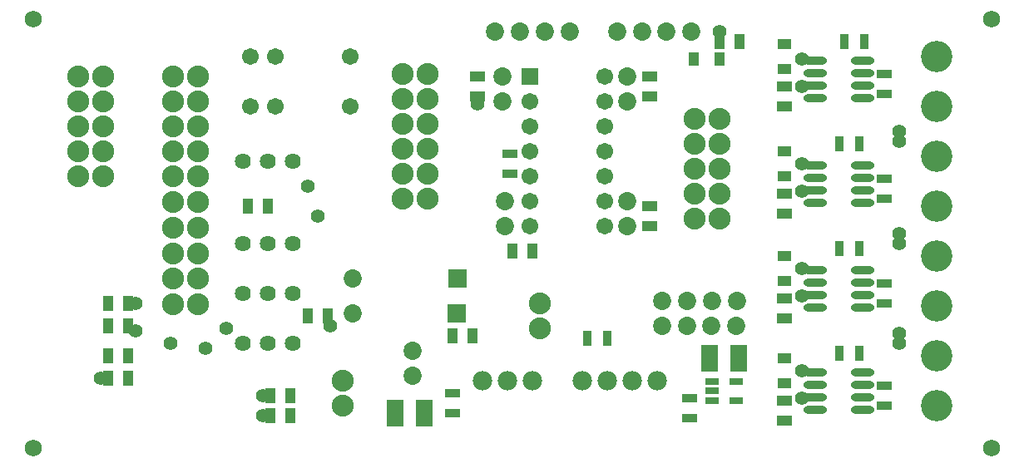
<source format=gts>
G04 Layer_Color=8388736*
%FSLAX25Y25*%
%MOIN*%
G70*
G01*
G75*
%ADD41R,0.03950X0.06312*%
%ADD42R,0.03556X0.05918*%
%ADD43R,0.05918X0.03556*%
%ADD44R,0.07099X0.11036*%
%ADD45R,0.05524X0.02768*%
%ADD46R,0.06312X0.03950*%
%ADD47R,0.03950X0.05524*%
%ADD48R,0.05524X0.03950*%
%ADD49O,0.09461X0.03162*%
%ADD50R,0.06706X0.06706*%
%ADD51C,0.06706*%
%ADD52C,0.08800*%
%ADD53C,0.06706*%
%ADD54C,0.07296*%
%ADD55R,0.07296X0.07296*%
%ADD56C,0.06800*%
%ADD57C,0.07300*%
%ADD58C,0.06400*%
%ADD59C,0.12611*%
%ADD60C,0.07800*%
%ADD61C,0.05524*%
D41*
X340000Y353000D02*
D03*
X332000D02*
D03*
X412000Y369000D02*
D03*
X420000D02*
D03*
X340000Y365000D02*
D03*
X332000D02*
D03*
X405000Y329000D02*
D03*
X397000D02*
D03*
X405000Y337000D02*
D03*
X397000D02*
D03*
X396000Y413000D02*
D03*
X388000D02*
D03*
X502000Y395000D02*
D03*
X494000D02*
D03*
X585000Y479000D02*
D03*
X577000D02*
D03*
X340000Y374000D02*
D03*
X332000D02*
D03*
X340000Y344000D02*
D03*
X332000D02*
D03*
X478000Y361000D02*
D03*
X470000D02*
D03*
D42*
X633000Y354000D02*
D03*
X625000D02*
D03*
X633000Y396000D02*
D03*
X625000D02*
D03*
X633000Y438000D02*
D03*
X625000D02*
D03*
X635000Y479000D02*
D03*
X627000D02*
D03*
X532000Y360000D02*
D03*
X524000D02*
D03*
D43*
X643000Y341000D02*
D03*
Y333000D02*
D03*
X565000Y328000D02*
D03*
Y336000D02*
D03*
X643000Y382000D02*
D03*
Y374000D02*
D03*
Y424000D02*
D03*
Y416000D02*
D03*
Y466000D02*
D03*
Y458000D02*
D03*
X493000Y434000D02*
D03*
Y426000D02*
D03*
X470000Y330000D02*
D03*
Y338000D02*
D03*
D44*
X584905Y352000D02*
D03*
X573095D02*
D03*
X447094Y330000D02*
D03*
X458906D02*
D03*
D45*
X583724Y342740D02*
D03*
X574276D02*
D03*
Y339000D02*
D03*
Y335260D02*
D03*
X583724D02*
D03*
D46*
X549000Y457000D02*
D03*
Y465000D02*
D03*
X480000Y457000D02*
D03*
Y465000D02*
D03*
X549000Y413000D02*
D03*
Y405000D02*
D03*
X603000Y327000D02*
D03*
Y335000D02*
D03*
Y368000D02*
D03*
Y376000D02*
D03*
Y410000D02*
D03*
Y418000D02*
D03*
Y453000D02*
D03*
Y461000D02*
D03*
D47*
X566764Y472000D02*
D03*
X577000Y472000D02*
D03*
D48*
X603000Y352236D02*
D03*
X603000Y342000D02*
D03*
X603000Y393236D02*
D03*
X603000Y383000D02*
D03*
X603000Y435236D02*
D03*
X603000Y425000D02*
D03*
X603000Y478236D02*
D03*
X603000Y468000D02*
D03*
D49*
X634449Y414500D02*
D03*
Y419500D02*
D03*
Y424500D02*
D03*
Y429500D02*
D03*
X615551Y414500D02*
D03*
Y419500D02*
D03*
Y424500D02*
D03*
Y429500D02*
D03*
X634449Y456500D02*
D03*
Y461500D02*
D03*
Y466500D02*
D03*
Y471500D02*
D03*
X615551Y456500D02*
D03*
Y461500D02*
D03*
Y466500D02*
D03*
Y471500D02*
D03*
X634449Y372500D02*
D03*
Y377500D02*
D03*
Y382500D02*
D03*
Y387500D02*
D03*
X615551Y372500D02*
D03*
Y377500D02*
D03*
Y382500D02*
D03*
Y387500D02*
D03*
X634449Y331500D02*
D03*
Y336500D02*
D03*
Y341500D02*
D03*
Y346500D02*
D03*
X615551Y331500D02*
D03*
Y336500D02*
D03*
Y341500D02*
D03*
Y346500D02*
D03*
D50*
X501000Y465000D02*
D03*
D51*
Y455000D02*
D03*
Y445000D02*
D03*
Y435000D02*
D03*
Y425000D02*
D03*
Y415000D02*
D03*
Y405000D02*
D03*
X531000Y465000D02*
D03*
Y455000D02*
D03*
Y445000D02*
D03*
Y435000D02*
D03*
Y425000D02*
D03*
Y415000D02*
D03*
Y405000D02*
D03*
D52*
X358000Y394291D02*
D03*
X368000D02*
D03*
X358000Y435000D02*
D03*
Y445000D02*
D03*
Y455000D02*
D03*
Y465000D02*
D03*
X368000Y425000D02*
D03*
Y435000D02*
D03*
Y445000D02*
D03*
Y455000D02*
D03*
Y465000D02*
D03*
X358000Y425000D02*
D03*
Y414764D02*
D03*
X368000D02*
D03*
Y404528D02*
D03*
X358000D02*
D03*
Y384055D02*
D03*
X368000D02*
D03*
Y373819D02*
D03*
X358000D02*
D03*
X426000Y333000D02*
D03*
Y343000D02*
D03*
X460000Y446000D02*
D03*
Y436000D02*
D03*
Y426000D02*
D03*
Y416000D02*
D03*
X450000Y456000D02*
D03*
Y446000D02*
D03*
Y436000D02*
D03*
Y426000D02*
D03*
Y416000D02*
D03*
X460000Y456000D02*
D03*
Y466236D02*
D03*
X450000D02*
D03*
X320000Y435000D02*
D03*
Y445000D02*
D03*
Y455000D02*
D03*
Y465000D02*
D03*
X330000Y425000D02*
D03*
Y435000D02*
D03*
Y445000D02*
D03*
Y455000D02*
D03*
Y465000D02*
D03*
X320000Y425000D02*
D03*
X505000Y364000D02*
D03*
Y374000D02*
D03*
X577000Y438000D02*
D03*
Y428000D02*
D03*
Y418000D02*
D03*
Y408000D02*
D03*
X567000Y448000D02*
D03*
Y438000D02*
D03*
Y428000D02*
D03*
Y418000D02*
D03*
Y408000D02*
D03*
X577000Y448000D02*
D03*
D53*
X429000Y473000D02*
D03*
X399000D02*
D03*
X389000D02*
D03*
X429000Y453000D02*
D03*
X399000D02*
D03*
X389000D02*
D03*
D54*
X430134Y370000D02*
D03*
X430268Y384000D02*
D03*
D55*
X471866Y370000D02*
D03*
X472000Y384000D02*
D03*
D56*
X686000Y316000D02*
D03*
Y488000D02*
D03*
X302000D02*
D03*
Y316000D02*
D03*
D57*
X555980Y483000D02*
D03*
X565980D02*
D03*
X546000D02*
D03*
X536000D02*
D03*
X507000D02*
D03*
X517000D02*
D03*
X497020D02*
D03*
X487020D02*
D03*
X573980Y365000D02*
D03*
X583980D02*
D03*
X564000D02*
D03*
X554000D02*
D03*
X574000Y375000D02*
D03*
X584000D02*
D03*
X564020D02*
D03*
X554020D02*
D03*
X540000Y465000D02*
D03*
Y455000D02*
D03*
Y405000D02*
D03*
Y415000D02*
D03*
X490000Y465000D02*
D03*
Y455000D02*
D03*
X491000Y405000D02*
D03*
Y415000D02*
D03*
X454000Y345000D02*
D03*
Y355000D02*
D03*
D58*
X386000Y378000D02*
D03*
X406000D02*
D03*
X396000D02*
D03*
X386000Y358000D02*
D03*
X406000D02*
D03*
X396000D02*
D03*
X386000Y431000D02*
D03*
X406000D02*
D03*
X396000D02*
D03*
X386000Y398000D02*
D03*
X406000D02*
D03*
X396000D02*
D03*
D59*
X664000Y473000D02*
D03*
Y453000D02*
D03*
Y353000D02*
D03*
Y333000D02*
D03*
Y393000D02*
D03*
Y373000D02*
D03*
Y433000D02*
D03*
Y413000D02*
D03*
D60*
X552000Y343000D02*
D03*
X542000D02*
D03*
X532000D02*
D03*
X522000D02*
D03*
X502000D02*
D03*
X492000D02*
D03*
X482000D02*
D03*
D61*
X649000Y443000D02*
D03*
Y439000D02*
D03*
Y402000D02*
D03*
Y398000D02*
D03*
Y358000D02*
D03*
Y362000D02*
D03*
X421000Y365000D02*
D03*
X394000Y337000D02*
D03*
X343000Y363000D02*
D03*
X329000Y344000D02*
D03*
X416000Y409000D02*
D03*
X412000Y421000D02*
D03*
X577000Y483000D02*
D03*
X379500Y364000D02*
D03*
X371000Y356000D02*
D03*
X610000Y430000D02*
D03*
Y419000D02*
D03*
Y388000D02*
D03*
Y377000D02*
D03*
Y472000D02*
D03*
Y461000D02*
D03*
Y336000D02*
D03*
Y347000D02*
D03*
X357000Y358000D02*
D03*
X480000Y454000D02*
D03*
X394000Y329000D02*
D03*
X343000Y374000D02*
D03*
M02*

</source>
